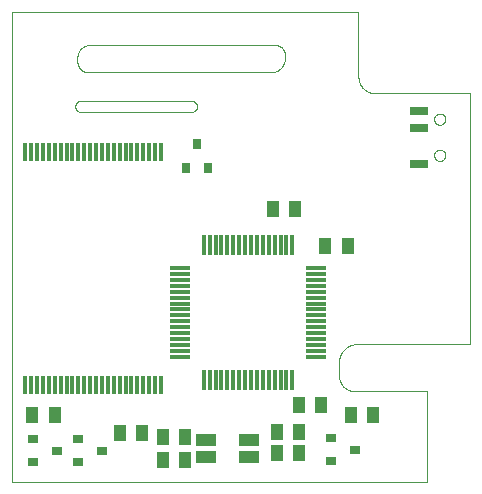
<source format=gtp>
G75*
%MOIN*%
%OFA0B0*%
%FSLAX25Y25*%
%IPPOS*%
%LPD*%
%AMOC8*
5,1,8,0,0,1.08239X$1,22.5*
%
%ADD10C,0.00394*%
%ADD11R,0.01430X0.07041*%
%ADD12R,0.07041X0.01430*%
%ADD13R,0.01181X0.06443*%
%ADD14R,0.03500X0.03100*%
%ADD15R,0.04016X0.05512*%
%ADD16R,0.03100X0.03500*%
%ADD17R,0.06693X0.04134*%
%ADD18R,0.05906X0.02756*%
%ADD19C,0.00000*%
D10*
X0022784Y0008696D02*
X0160949Y0008696D01*
X0160949Y0038821D01*
X0136952Y0038821D01*
X0136810Y0038823D01*
X0136668Y0038829D01*
X0136526Y0038839D01*
X0136385Y0038852D01*
X0136244Y0038870D01*
X0136103Y0038891D01*
X0135963Y0038917D01*
X0135824Y0038946D01*
X0135686Y0038979D01*
X0135549Y0039016D01*
X0135413Y0039056D01*
X0135278Y0039100D01*
X0135144Y0039148D01*
X0135011Y0039200D01*
X0134880Y0039255D01*
X0134751Y0039314D01*
X0134623Y0039377D01*
X0134498Y0039443D01*
X0134373Y0039512D01*
X0134251Y0039585D01*
X0134131Y0039661D01*
X0134013Y0039740D01*
X0133898Y0039823D01*
X0133785Y0039908D01*
X0133674Y0039997D01*
X0133565Y0040089D01*
X0133459Y0040184D01*
X0133356Y0040282D01*
X0133256Y0040382D01*
X0133158Y0040485D01*
X0133063Y0040591D01*
X0132971Y0040700D01*
X0132882Y0040811D01*
X0132797Y0040924D01*
X0132714Y0041039D01*
X0132635Y0041157D01*
X0132559Y0041277D01*
X0132486Y0041400D01*
X0132417Y0041524D01*
X0132351Y0041649D01*
X0132288Y0041777D01*
X0132229Y0041906D01*
X0132174Y0042037D01*
X0132122Y0042170D01*
X0132074Y0042304D01*
X0132030Y0042439D01*
X0131990Y0042575D01*
X0131953Y0042712D01*
X0131920Y0042850D01*
X0131891Y0042989D01*
X0131865Y0043129D01*
X0131844Y0043270D01*
X0131826Y0043411D01*
X0131813Y0043552D01*
X0131803Y0043694D01*
X0131797Y0043836D01*
X0131795Y0043978D01*
X0131795Y0048540D01*
X0131797Y0048694D01*
X0131803Y0048848D01*
X0131813Y0049001D01*
X0131827Y0049154D01*
X0131844Y0049307D01*
X0131866Y0049459D01*
X0131892Y0049611D01*
X0131921Y0049762D01*
X0131955Y0049912D01*
X0131992Y0050062D01*
X0132033Y0050210D01*
X0132078Y0050357D01*
X0132127Y0050503D01*
X0132179Y0050648D01*
X0132235Y0050791D01*
X0132295Y0050933D01*
X0132358Y0051073D01*
X0132425Y0051211D01*
X0132496Y0051348D01*
X0132570Y0051483D01*
X0132648Y0051616D01*
X0132728Y0051747D01*
X0132813Y0051876D01*
X0132900Y0052002D01*
X0132991Y0052126D01*
X0133085Y0052248D01*
X0133182Y0052368D01*
X0133282Y0052484D01*
X0133385Y0052599D01*
X0133491Y0052710D01*
X0133600Y0052819D01*
X0133711Y0052925D01*
X0133826Y0053028D01*
X0133942Y0053128D01*
X0134062Y0053225D01*
X0134184Y0053319D01*
X0134308Y0053410D01*
X0134434Y0053497D01*
X0134563Y0053582D01*
X0134694Y0053662D01*
X0134827Y0053740D01*
X0134962Y0053814D01*
X0135099Y0053885D01*
X0135237Y0053952D01*
X0135377Y0054015D01*
X0135519Y0054075D01*
X0135662Y0054131D01*
X0135807Y0054183D01*
X0135953Y0054232D01*
X0136100Y0054277D01*
X0136248Y0054318D01*
X0136398Y0054355D01*
X0136548Y0054389D01*
X0136699Y0054418D01*
X0136851Y0054444D01*
X0137003Y0054466D01*
X0137156Y0054483D01*
X0137309Y0054497D01*
X0137462Y0054507D01*
X0137616Y0054513D01*
X0137770Y0054515D01*
X0137770Y0054516D02*
X0175455Y0054516D01*
X0175455Y0138091D01*
X0143886Y0138091D01*
X0143738Y0138093D01*
X0143590Y0138099D01*
X0143443Y0138108D01*
X0143296Y0138122D01*
X0143149Y0138139D01*
X0143002Y0138161D01*
X0142857Y0138186D01*
X0142712Y0138214D01*
X0142568Y0138247D01*
X0142424Y0138283D01*
X0142282Y0138324D01*
X0142141Y0138367D01*
X0142001Y0138415D01*
X0141862Y0138466D01*
X0141725Y0138521D01*
X0141589Y0138579D01*
X0141454Y0138641D01*
X0141322Y0138707D01*
X0141191Y0138775D01*
X0141062Y0138848D01*
X0140935Y0138923D01*
X0140810Y0139002D01*
X0140687Y0139084D01*
X0140566Y0139170D01*
X0140448Y0139258D01*
X0140332Y0139350D01*
X0140218Y0139444D01*
X0140107Y0139542D01*
X0139998Y0139642D01*
X0139892Y0139745D01*
X0139789Y0139851D01*
X0139689Y0139960D01*
X0139591Y0140071D01*
X0139497Y0140185D01*
X0139405Y0140301D01*
X0139317Y0140419D01*
X0139231Y0140540D01*
X0139149Y0140663D01*
X0139070Y0140788D01*
X0138995Y0140915D01*
X0138922Y0141044D01*
X0138854Y0141175D01*
X0138788Y0141307D01*
X0138726Y0141442D01*
X0138668Y0141578D01*
X0138613Y0141715D01*
X0138562Y0141854D01*
X0138514Y0141994D01*
X0138471Y0142135D01*
X0138430Y0142277D01*
X0138394Y0142421D01*
X0138361Y0142565D01*
X0138333Y0142710D01*
X0138308Y0142855D01*
X0138286Y0143002D01*
X0138269Y0143149D01*
X0138255Y0143296D01*
X0138246Y0143443D01*
X0138240Y0143591D01*
X0138238Y0143739D01*
X0138239Y0143739D02*
X0138239Y0165285D01*
X0022784Y0165285D01*
X0022784Y0008696D01*
X0045436Y0131992D02*
X0082738Y0131992D01*
X0082818Y0131994D01*
X0082897Y0132000D01*
X0082977Y0132009D01*
X0083055Y0132022D01*
X0083133Y0132039D01*
X0083210Y0132060D01*
X0083286Y0132084D01*
X0083361Y0132112D01*
X0083435Y0132144D01*
X0083506Y0132178D01*
X0083577Y0132217D01*
X0083645Y0132258D01*
X0083711Y0132303D01*
X0083775Y0132351D01*
X0083836Y0132402D01*
X0083895Y0132455D01*
X0083952Y0132512D01*
X0084005Y0132571D01*
X0084056Y0132632D01*
X0084104Y0132696D01*
X0084149Y0132762D01*
X0084190Y0132831D01*
X0084229Y0132901D01*
X0084263Y0132972D01*
X0084295Y0133046D01*
X0084323Y0133121D01*
X0084347Y0133197D01*
X0084368Y0133274D01*
X0084385Y0133352D01*
X0084398Y0133430D01*
X0084407Y0133510D01*
X0084413Y0133589D01*
X0084415Y0133669D01*
X0084413Y0133755D01*
X0084407Y0133841D01*
X0084398Y0133927D01*
X0084385Y0134013D01*
X0084368Y0134097D01*
X0084348Y0134181D01*
X0084323Y0134264D01*
X0084296Y0134346D01*
X0084264Y0134426D01*
X0084230Y0134505D01*
X0084191Y0134583D01*
X0084150Y0134659D01*
X0084105Y0134732D01*
X0084057Y0134804D01*
X0084006Y0134874D01*
X0083952Y0134941D01*
X0083895Y0135006D01*
X0083835Y0135068D01*
X0083773Y0135128D01*
X0083708Y0135185D01*
X0083641Y0135239D01*
X0083571Y0135290D01*
X0083499Y0135338D01*
X0083426Y0135383D01*
X0083350Y0135424D01*
X0083272Y0135463D01*
X0083193Y0135497D01*
X0083113Y0135529D01*
X0083031Y0135556D01*
X0082948Y0135581D01*
X0082864Y0135601D01*
X0082780Y0135618D01*
X0082694Y0135631D01*
X0082608Y0135640D01*
X0082522Y0135646D01*
X0082436Y0135648D01*
X0081529Y0135648D01*
X0081529Y0135647D01*
X0081528Y0135646D01*
X0081527Y0135646D01*
X0045655Y0135646D01*
X0045656Y0135646D02*
X0045573Y0135644D01*
X0045491Y0135638D01*
X0045409Y0135629D01*
X0045328Y0135616D01*
X0045247Y0135599D01*
X0045167Y0135578D01*
X0045088Y0135554D01*
X0045011Y0135526D01*
X0044934Y0135494D01*
X0044860Y0135459D01*
X0044787Y0135421D01*
X0044715Y0135379D01*
X0044646Y0135334D01*
X0044579Y0135286D01*
X0044515Y0135235D01*
X0044452Y0135180D01*
X0044393Y0135123D01*
X0044336Y0135064D01*
X0044281Y0135002D01*
X0044230Y0134937D01*
X0044182Y0134870D01*
X0044137Y0134801D01*
X0044095Y0134730D01*
X0044057Y0134657D01*
X0044022Y0134582D01*
X0043990Y0134506D01*
X0043962Y0134428D01*
X0043937Y0134350D01*
X0043917Y0134270D01*
X0043900Y0134189D01*
X0043886Y0134108D01*
X0043877Y0134026D01*
X0043871Y0133943D01*
X0043869Y0133861D01*
X0043869Y0133559D01*
X0043871Y0133482D01*
X0043877Y0133405D01*
X0043886Y0133329D01*
X0043899Y0133253D01*
X0043916Y0133178D01*
X0043936Y0133104D01*
X0043961Y0133031D01*
X0043988Y0132959D01*
X0044019Y0132889D01*
X0044054Y0132820D01*
X0044092Y0132753D01*
X0044133Y0132688D01*
X0044177Y0132626D01*
X0044225Y0132565D01*
X0044275Y0132507D01*
X0044328Y0132451D01*
X0044384Y0132398D01*
X0044442Y0132348D01*
X0044503Y0132300D01*
X0044565Y0132256D01*
X0044630Y0132215D01*
X0044697Y0132177D01*
X0044766Y0132142D01*
X0044836Y0132111D01*
X0044908Y0132084D01*
X0044981Y0132059D01*
X0045055Y0132039D01*
X0045130Y0132022D01*
X0045206Y0132009D01*
X0045282Y0132000D01*
X0045359Y0131994D01*
X0045436Y0131992D01*
X0048098Y0145156D02*
X0109088Y0145156D01*
X0109089Y0145156D02*
X0109224Y0145159D01*
X0109360Y0145165D01*
X0109495Y0145176D01*
X0109630Y0145190D01*
X0109764Y0145208D01*
X0109898Y0145230D01*
X0110031Y0145257D01*
X0110163Y0145286D01*
X0110294Y0145320D01*
X0110425Y0145358D01*
X0110554Y0145399D01*
X0110682Y0145444D01*
X0110808Y0145493D01*
X0110933Y0145545D01*
X0111057Y0145602D01*
X0111179Y0145661D01*
X0111299Y0145724D01*
X0111417Y0145791D01*
X0111533Y0145861D01*
X0111647Y0145934D01*
X0111759Y0146011D01*
X0111868Y0146091D01*
X0111976Y0146174D01*
X0112080Y0146260D01*
X0112183Y0146349D01*
X0112282Y0146441D01*
X0112379Y0146536D01*
X0112473Y0146634D01*
X0112564Y0146734D01*
X0112652Y0146837D01*
X0112738Y0146943D01*
X0112820Y0147051D01*
X0112899Y0147161D01*
X0112974Y0147273D01*
X0113047Y0147388D01*
X0113116Y0147505D01*
X0113181Y0147623D01*
X0113243Y0147744D01*
X0113302Y0147866D01*
X0113357Y0147990D01*
X0113408Y0148116D01*
X0113456Y0148243D01*
X0113500Y0148371D01*
X0113540Y0148501D01*
X0113576Y0148631D01*
X0113609Y0148763D01*
X0113638Y0148895D01*
X0113663Y0149029D01*
X0113684Y0149163D01*
X0113701Y0149297D01*
X0113714Y0149432D01*
X0113723Y0149567D01*
X0113729Y0149703D01*
X0113730Y0149839D01*
X0113729Y0149838D02*
X0113729Y0150957D01*
X0113727Y0151069D01*
X0113721Y0151180D01*
X0113712Y0151292D01*
X0113699Y0151403D01*
X0113681Y0151513D01*
X0113661Y0151623D01*
X0113636Y0151732D01*
X0113608Y0151840D01*
X0113576Y0151947D01*
X0113540Y0152053D01*
X0113501Y0152158D01*
X0113458Y0152261D01*
X0113412Y0152363D01*
X0113362Y0152463D01*
X0113309Y0152562D01*
X0113252Y0152658D01*
X0113193Y0152753D01*
X0113130Y0152845D01*
X0113064Y0152935D01*
X0112995Y0153023D01*
X0112923Y0153109D01*
X0112848Y0153192D01*
X0112770Y0153272D01*
X0112690Y0153350D01*
X0112607Y0153425D01*
X0112521Y0153497D01*
X0112433Y0153566D01*
X0112343Y0153632D01*
X0112251Y0153695D01*
X0112156Y0153754D01*
X0112060Y0153811D01*
X0111961Y0153864D01*
X0111861Y0153914D01*
X0111759Y0153960D01*
X0111656Y0154003D01*
X0111551Y0154042D01*
X0111445Y0154078D01*
X0111338Y0154110D01*
X0111230Y0154138D01*
X0111121Y0154163D01*
X0111011Y0154183D01*
X0110901Y0154201D01*
X0110790Y0154214D01*
X0110678Y0154223D01*
X0110567Y0154229D01*
X0110455Y0154231D01*
X0110455Y0154230D02*
X0048720Y0154230D01*
X0048592Y0154228D01*
X0048464Y0154222D01*
X0048337Y0154212D01*
X0048210Y0154199D01*
X0048083Y0154181D01*
X0047957Y0154159D01*
X0047831Y0154134D01*
X0047707Y0154105D01*
X0047583Y0154071D01*
X0047461Y0154035D01*
X0047339Y0153994D01*
X0047219Y0153949D01*
X0047101Y0153901D01*
X0046984Y0153850D01*
X0046868Y0153795D01*
X0046755Y0153736D01*
X0046643Y0153673D01*
X0046533Y0153608D01*
X0046425Y0153539D01*
X0046320Y0153466D01*
X0046217Y0153391D01*
X0046116Y0153312D01*
X0046017Y0153231D01*
X0045921Y0153146D01*
X0045828Y0153058D01*
X0045738Y0152968D01*
X0045650Y0152875D01*
X0045565Y0152779D01*
X0045484Y0152680D01*
X0045405Y0152579D01*
X0045330Y0152476D01*
X0045257Y0152371D01*
X0045188Y0152263D01*
X0045123Y0152153D01*
X0045060Y0152041D01*
X0045001Y0151928D01*
X0044946Y0151812D01*
X0044895Y0151695D01*
X0044847Y0151577D01*
X0044802Y0151457D01*
X0044761Y0151335D01*
X0044725Y0151213D01*
X0044691Y0151089D01*
X0044662Y0150965D01*
X0044637Y0150839D01*
X0044615Y0150713D01*
X0044597Y0150586D01*
X0044584Y0150459D01*
X0044574Y0150332D01*
X0044568Y0150204D01*
X0044566Y0150076D01*
X0044566Y0148688D01*
X0044568Y0148570D01*
X0044574Y0148452D01*
X0044584Y0148334D01*
X0044598Y0148217D01*
X0044615Y0148101D01*
X0044637Y0147984D01*
X0044662Y0147869D01*
X0044691Y0147755D01*
X0044725Y0147642D01*
X0044761Y0147529D01*
X0044802Y0147419D01*
X0044846Y0147309D01*
X0044894Y0147201D01*
X0044946Y0147095D01*
X0045001Y0146991D01*
X0045059Y0146888D01*
X0045121Y0146787D01*
X0045186Y0146689D01*
X0045254Y0146593D01*
X0045326Y0146499D01*
X0045401Y0146408D01*
X0045478Y0146319D01*
X0045559Y0146233D01*
X0045643Y0146149D01*
X0045729Y0146068D01*
X0045818Y0145991D01*
X0045909Y0145916D01*
X0046003Y0145844D01*
X0046099Y0145776D01*
X0046197Y0145711D01*
X0046298Y0145649D01*
X0046401Y0145591D01*
X0046505Y0145536D01*
X0046611Y0145484D01*
X0046719Y0145436D01*
X0046829Y0145392D01*
X0046939Y0145351D01*
X0047052Y0145315D01*
X0047165Y0145281D01*
X0047279Y0145252D01*
X0047394Y0145227D01*
X0047511Y0145205D01*
X0047627Y0145188D01*
X0047744Y0145174D01*
X0047862Y0145164D01*
X0047980Y0145158D01*
X0048098Y0145156D01*
D11*
X0086686Y0087639D03*
X0088654Y0087639D03*
X0090623Y0087639D03*
X0092591Y0087639D03*
X0094560Y0087639D03*
X0096528Y0087639D03*
X0098497Y0087639D03*
X0100465Y0087639D03*
X0102434Y0087639D03*
X0104402Y0087639D03*
X0106371Y0087639D03*
X0108339Y0087639D03*
X0110308Y0087639D03*
X0112276Y0087639D03*
X0114245Y0087639D03*
X0116213Y0087639D03*
X0116213Y0042547D03*
X0114245Y0042547D03*
X0112276Y0042547D03*
X0110308Y0042547D03*
X0108339Y0042547D03*
X0106371Y0042547D03*
X0104402Y0042547D03*
X0102434Y0042547D03*
X0100465Y0042547D03*
X0098497Y0042547D03*
X0096528Y0042547D03*
X0094560Y0042547D03*
X0092591Y0042547D03*
X0090623Y0042547D03*
X0088654Y0042547D03*
X0086686Y0042547D03*
D12*
X0078904Y0050329D03*
X0078904Y0052298D03*
X0078904Y0054266D03*
X0078904Y0056235D03*
X0078904Y0058203D03*
X0078904Y0060172D03*
X0078904Y0062140D03*
X0078904Y0064109D03*
X0078904Y0066077D03*
X0078904Y0068046D03*
X0078904Y0070014D03*
X0078904Y0071983D03*
X0078904Y0073951D03*
X0078904Y0075920D03*
X0078904Y0077888D03*
X0078904Y0079857D03*
X0123995Y0079857D03*
X0123995Y0077888D03*
X0123995Y0075920D03*
X0123995Y0073951D03*
X0123995Y0071983D03*
X0123995Y0070014D03*
X0123995Y0068046D03*
X0123995Y0066077D03*
X0123995Y0064109D03*
X0123995Y0062140D03*
X0123995Y0060172D03*
X0123995Y0058203D03*
X0123995Y0056235D03*
X0123995Y0054266D03*
X0123995Y0052298D03*
X0123995Y0050329D03*
D13*
X0072426Y0040963D03*
X0070458Y0040963D03*
X0068489Y0040963D03*
X0066521Y0040963D03*
X0064552Y0040963D03*
X0062584Y0040963D03*
X0060615Y0040963D03*
X0058647Y0040963D03*
X0056678Y0040963D03*
X0054710Y0040963D03*
X0052741Y0040963D03*
X0050773Y0040963D03*
X0048804Y0040963D03*
X0046836Y0040963D03*
X0044867Y0040963D03*
X0042899Y0040963D03*
X0040930Y0040963D03*
X0038962Y0040963D03*
X0036993Y0040963D03*
X0035025Y0040963D03*
X0033056Y0040963D03*
X0031088Y0040963D03*
X0029119Y0040963D03*
X0027151Y0040963D03*
X0027151Y0118438D03*
X0029119Y0118438D03*
X0031088Y0118438D03*
X0033056Y0118438D03*
X0035025Y0118438D03*
X0036993Y0118438D03*
X0038962Y0118438D03*
X0040930Y0118438D03*
X0042899Y0118438D03*
X0044867Y0118438D03*
X0046836Y0118438D03*
X0048804Y0118438D03*
X0050773Y0118438D03*
X0052741Y0118438D03*
X0054710Y0118438D03*
X0056678Y0118438D03*
X0058647Y0118438D03*
X0060615Y0118438D03*
X0062584Y0118438D03*
X0064552Y0118438D03*
X0066521Y0118438D03*
X0068489Y0118438D03*
X0070458Y0118438D03*
X0072426Y0118438D03*
D14*
X0044794Y0022779D03*
X0044794Y0015179D03*
X0037617Y0018979D03*
X0029617Y0022779D03*
X0029617Y0015179D03*
X0052794Y0018979D03*
X0129061Y0015561D03*
X0129061Y0023161D03*
X0137061Y0019361D03*
D15*
X0135817Y0030741D03*
X0143218Y0030741D03*
X0125721Y0034299D03*
X0118320Y0034299D03*
X0118396Y0025115D03*
X0118396Y0018179D03*
X0110995Y0018179D03*
X0110995Y0025115D03*
X0080568Y0023627D03*
X0073166Y0023627D03*
X0066037Y0024978D03*
X0058635Y0024978D03*
X0073166Y0015806D03*
X0080568Y0015806D03*
X0036929Y0031068D03*
X0029527Y0031068D03*
X0109656Y0099671D03*
X0117058Y0099671D03*
X0127244Y0087221D03*
X0134646Y0087221D03*
D16*
X0088222Y0113297D03*
X0080622Y0113297D03*
X0084422Y0121297D03*
D17*
X0087310Y0022483D03*
X0087310Y0016987D03*
X0101834Y0016987D03*
X0101834Y0022483D03*
D18*
X0158446Y0114638D03*
X0158446Y0126449D03*
X0158446Y0132354D03*
D19*
X0163466Y0129512D02*
X0163468Y0129598D01*
X0163474Y0129685D01*
X0163484Y0129770D01*
X0163498Y0129856D01*
X0163516Y0129940D01*
X0163537Y0130024D01*
X0163563Y0130106D01*
X0163592Y0130188D01*
X0163625Y0130267D01*
X0163662Y0130346D01*
X0163702Y0130422D01*
X0163746Y0130496D01*
X0163793Y0130569D01*
X0163844Y0130639D01*
X0163897Y0130707D01*
X0163954Y0130772D01*
X0164014Y0130834D01*
X0164076Y0130894D01*
X0164141Y0130951D01*
X0164209Y0131004D01*
X0164279Y0131055D01*
X0164352Y0131102D01*
X0164426Y0131146D01*
X0164502Y0131186D01*
X0164581Y0131223D01*
X0164660Y0131256D01*
X0164742Y0131285D01*
X0164824Y0131311D01*
X0164908Y0131332D01*
X0164992Y0131350D01*
X0165078Y0131364D01*
X0165163Y0131374D01*
X0165250Y0131380D01*
X0165336Y0131382D01*
X0165422Y0131380D01*
X0165509Y0131374D01*
X0165594Y0131364D01*
X0165680Y0131350D01*
X0165764Y0131332D01*
X0165848Y0131311D01*
X0165930Y0131285D01*
X0166012Y0131256D01*
X0166091Y0131223D01*
X0166170Y0131186D01*
X0166246Y0131146D01*
X0166320Y0131102D01*
X0166393Y0131055D01*
X0166463Y0131004D01*
X0166531Y0130951D01*
X0166596Y0130894D01*
X0166658Y0130834D01*
X0166718Y0130772D01*
X0166775Y0130707D01*
X0166828Y0130639D01*
X0166879Y0130569D01*
X0166926Y0130496D01*
X0166970Y0130422D01*
X0167010Y0130346D01*
X0167047Y0130267D01*
X0167080Y0130188D01*
X0167109Y0130106D01*
X0167135Y0130024D01*
X0167156Y0129940D01*
X0167174Y0129856D01*
X0167188Y0129770D01*
X0167198Y0129685D01*
X0167204Y0129598D01*
X0167206Y0129512D01*
X0167204Y0129426D01*
X0167198Y0129339D01*
X0167188Y0129254D01*
X0167174Y0129168D01*
X0167156Y0129084D01*
X0167135Y0129000D01*
X0167109Y0128918D01*
X0167080Y0128836D01*
X0167047Y0128757D01*
X0167010Y0128678D01*
X0166970Y0128602D01*
X0166926Y0128528D01*
X0166879Y0128455D01*
X0166828Y0128385D01*
X0166775Y0128317D01*
X0166718Y0128252D01*
X0166658Y0128190D01*
X0166596Y0128130D01*
X0166531Y0128073D01*
X0166463Y0128020D01*
X0166393Y0127969D01*
X0166320Y0127922D01*
X0166246Y0127878D01*
X0166170Y0127838D01*
X0166091Y0127801D01*
X0166012Y0127768D01*
X0165930Y0127739D01*
X0165848Y0127713D01*
X0165764Y0127692D01*
X0165680Y0127674D01*
X0165594Y0127660D01*
X0165509Y0127650D01*
X0165422Y0127644D01*
X0165336Y0127642D01*
X0165250Y0127644D01*
X0165163Y0127650D01*
X0165078Y0127660D01*
X0164992Y0127674D01*
X0164908Y0127692D01*
X0164824Y0127713D01*
X0164742Y0127739D01*
X0164660Y0127768D01*
X0164581Y0127801D01*
X0164502Y0127838D01*
X0164426Y0127878D01*
X0164352Y0127922D01*
X0164279Y0127969D01*
X0164209Y0128020D01*
X0164141Y0128073D01*
X0164076Y0128130D01*
X0164014Y0128190D01*
X0163954Y0128252D01*
X0163897Y0128317D01*
X0163844Y0128385D01*
X0163793Y0128455D01*
X0163746Y0128528D01*
X0163702Y0128602D01*
X0163662Y0128678D01*
X0163625Y0128757D01*
X0163592Y0128836D01*
X0163563Y0128918D01*
X0163537Y0129000D01*
X0163516Y0129084D01*
X0163498Y0129168D01*
X0163484Y0129254D01*
X0163474Y0129339D01*
X0163468Y0129426D01*
X0163466Y0129512D01*
X0163466Y0117480D02*
X0163468Y0117566D01*
X0163474Y0117653D01*
X0163484Y0117738D01*
X0163498Y0117824D01*
X0163516Y0117908D01*
X0163537Y0117992D01*
X0163563Y0118074D01*
X0163592Y0118156D01*
X0163625Y0118235D01*
X0163662Y0118314D01*
X0163702Y0118390D01*
X0163746Y0118464D01*
X0163793Y0118537D01*
X0163844Y0118607D01*
X0163897Y0118675D01*
X0163954Y0118740D01*
X0164014Y0118802D01*
X0164076Y0118862D01*
X0164141Y0118919D01*
X0164209Y0118972D01*
X0164279Y0119023D01*
X0164352Y0119070D01*
X0164426Y0119114D01*
X0164502Y0119154D01*
X0164581Y0119191D01*
X0164660Y0119224D01*
X0164742Y0119253D01*
X0164824Y0119279D01*
X0164908Y0119300D01*
X0164992Y0119318D01*
X0165078Y0119332D01*
X0165163Y0119342D01*
X0165250Y0119348D01*
X0165336Y0119350D01*
X0165422Y0119348D01*
X0165509Y0119342D01*
X0165594Y0119332D01*
X0165680Y0119318D01*
X0165764Y0119300D01*
X0165848Y0119279D01*
X0165930Y0119253D01*
X0166012Y0119224D01*
X0166091Y0119191D01*
X0166170Y0119154D01*
X0166246Y0119114D01*
X0166320Y0119070D01*
X0166393Y0119023D01*
X0166463Y0118972D01*
X0166531Y0118919D01*
X0166596Y0118862D01*
X0166658Y0118802D01*
X0166718Y0118740D01*
X0166775Y0118675D01*
X0166828Y0118607D01*
X0166879Y0118537D01*
X0166926Y0118464D01*
X0166970Y0118390D01*
X0167010Y0118314D01*
X0167047Y0118235D01*
X0167080Y0118156D01*
X0167109Y0118074D01*
X0167135Y0117992D01*
X0167156Y0117908D01*
X0167174Y0117824D01*
X0167188Y0117738D01*
X0167198Y0117653D01*
X0167204Y0117566D01*
X0167206Y0117480D01*
X0167204Y0117394D01*
X0167198Y0117307D01*
X0167188Y0117222D01*
X0167174Y0117136D01*
X0167156Y0117052D01*
X0167135Y0116968D01*
X0167109Y0116886D01*
X0167080Y0116804D01*
X0167047Y0116725D01*
X0167010Y0116646D01*
X0166970Y0116570D01*
X0166926Y0116496D01*
X0166879Y0116423D01*
X0166828Y0116353D01*
X0166775Y0116285D01*
X0166718Y0116220D01*
X0166658Y0116158D01*
X0166596Y0116098D01*
X0166531Y0116041D01*
X0166463Y0115988D01*
X0166393Y0115937D01*
X0166320Y0115890D01*
X0166246Y0115846D01*
X0166170Y0115806D01*
X0166091Y0115769D01*
X0166012Y0115736D01*
X0165930Y0115707D01*
X0165848Y0115681D01*
X0165764Y0115660D01*
X0165680Y0115642D01*
X0165594Y0115628D01*
X0165509Y0115618D01*
X0165422Y0115612D01*
X0165336Y0115610D01*
X0165250Y0115612D01*
X0165163Y0115618D01*
X0165078Y0115628D01*
X0164992Y0115642D01*
X0164908Y0115660D01*
X0164824Y0115681D01*
X0164742Y0115707D01*
X0164660Y0115736D01*
X0164581Y0115769D01*
X0164502Y0115806D01*
X0164426Y0115846D01*
X0164352Y0115890D01*
X0164279Y0115937D01*
X0164209Y0115988D01*
X0164141Y0116041D01*
X0164076Y0116098D01*
X0164014Y0116158D01*
X0163954Y0116220D01*
X0163897Y0116285D01*
X0163844Y0116353D01*
X0163793Y0116423D01*
X0163746Y0116496D01*
X0163702Y0116570D01*
X0163662Y0116646D01*
X0163625Y0116725D01*
X0163592Y0116804D01*
X0163563Y0116886D01*
X0163537Y0116968D01*
X0163516Y0117052D01*
X0163498Y0117136D01*
X0163484Y0117222D01*
X0163474Y0117307D01*
X0163468Y0117394D01*
X0163466Y0117480D01*
M02*

</source>
